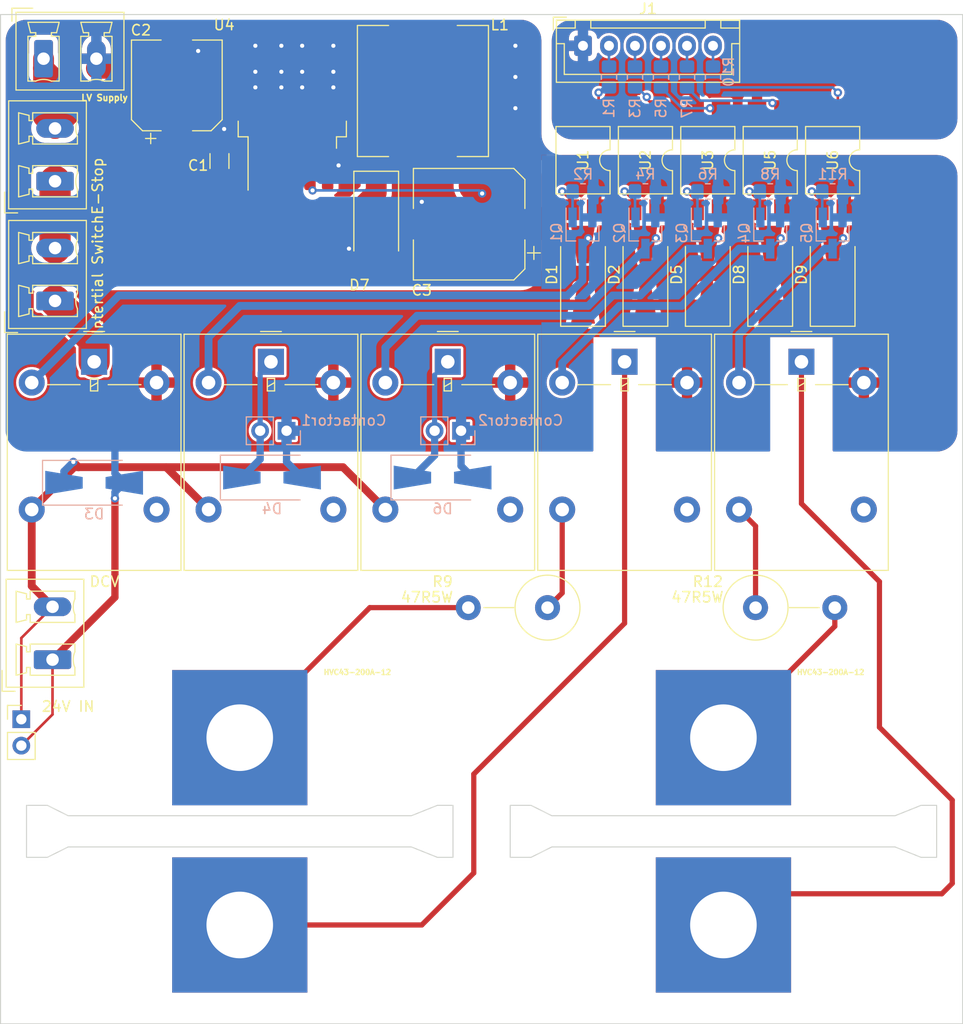
<source format=kicad_pcb>
(kicad_pcb (version 20221018) (generator pcbnew)
  (layers (0 "F.Cu" signal) (31 "B.Cu" signal) (34 "B.Paste" user) (35 "F.Paste" user) (36 "B.SilkS" user "B.Silkscreen") (37 "F.SilkS" user "F.Silkscreen") (38 "B.Mask" user) (39 "F.Mask" user) (44 "Edge.Cuts" user))
  (net 0 "")
  (net 1 "+12V")
  (net 2 "Net-(D1-A)")
  (net 3 "GNDD")
  (net 4 "Net-(J1-Pin_2)")
  (net 5 "+24V")
  (net 6 "GND")
  (net 7 "Net-(Q1-B)")
  (net 8 "Net-(R1-Pad2)")
  (net 9 "Net-(D2-A)")
  (net 10 "/COM1")
  (net 11 "/COM2")
  (net 12 "Net-(D5-A)")
  (net 13 "/COM3")
  (net 14 "Net-(J1-Pin_3)")
  (net 15 "Net-(J1-Pin_4)")
  (net 16 "Net-(J2-Pin_1)")
  (net 17 "/NO1")
  (net 18 "/NC1")
  (net 19 "/NC2")
  (net 20 "/NC3")
  (net 21 "Net-(Q2-B)")
  (net 22 "Net-(Q3-B)")
  (net 23 "Net-(R3-Pad2)")
  (net 24 "Net-(R5-Pad2)")
  (net 25 "Net-(D7-K)")
  (net 26 "Net-(D8-A)")
  (net 27 "Net-(D9-A)")
  (net 28 "/COM4")
  (net 29 "/COM5")
  (net 30 "Net-(J1-Pin_5)")
  (net 31 "Net-(J1-Pin_6)")
  (net 32 "/NO4")
  (net 33 "/NC4")
  (net 34 "/NO5")
  (net 35 "/NC5")
  (net 36 "Net-(Q4-B)")
  (net 37 "Net-(Q5-B)")
  (net 38 "Net-(R7-Pad2)")
  (net 39 "Net-(R10-Pad2)")
  (net 40 "Net-(H1-Pad1)")
  (net 41 "Net-(H3-Pad1)")
  (footprint "Connector_Phoenix_MC_HighVoltage:PhoenixContact_MCV_1,5_2-G-5.08_1x02_P5.08mm_Vertical" (layer "F.Cu") (at 42.2425 40.5225 90)
    (fp_text reference "J4" hide)
    (fp_text value "Intertial Switch")
  )
  (footprint "Diode_SMD:D_SMA-SMB_Universal_Handsoldering" (layer "F.Cu") (at 73.12 33.02 -90)
    (fp_text reference "D7")
    (fp_text value "SS56")
  )
  (footprint "Connector_JST:JST_XH_B6B-XH-A_1x06_P2.50mm_Vertical" (layer "F.Cu") (at 93 16)
    (fp_text reference "J1")
    (fp_text value "VCU")
  )
  (footprint "Relay_THT:Relay_SPDT_Omron-G5LE-1" (layer "F.Cu") (at 114 46.3725)
    (fp_text reference "K5" hide)
    (fp_text value "Relay_SPDT")
  )
  (footprint "Diode_SMD:D_SMA-SMB_Universal_Handsoldering" (layer "F.Cu") (at 105 38 90)
    (fp_text reference "D5")
    (fp_text value "US1M")
  )
  (footprint "Resistor_THT:R_Axial_DIN0617_L17.0mm_D6.0mm_P7.62mm_Vertical" (layer "F.Cu") (at 89.59 70 180)
    (fp_text reference "R9")
    (fp_text value "47R5W")
  )
  (footprint "Inductor_SMD:L_12x12mm_H8mm" (layer "F.Cu") (at 77.61 20.35 90)
    (fp_text reference "L1")
    (fp_text value "CDRH127 100u")
  )
  (footprint "Package_DIP:SMDIP-4_W9.53mm" (layer "F.Cu") (at 111 27 -90)
    (fp_text reference "U5")
    (fp_text value "EL814")
  )
  (footprint "Package_DIP:SMDIP-4_W9.53mm" (layer "F.Cu") (at 117 27 -90)
    (fp_text reference "U6")
    (fp_text value "EL814")
  )
  (footprint "MountingHole:MountingHole_6.4mm_M6_DIN965_Pad" (layer "F.Cu") (at 106.5 100.5)
    (fp_text reference "H4" hide)
    (fp_text value "Contactor2_C2")
  )
  (footprint "Connector_Phoenix_MC_HighVoltage:PhoenixContact_MCV_1,5_2-G-5.08_1x02_P5.08mm_Vertical" (layer "F.Cu") (at 41.1375 17.2425)
    (fp_text reference "J3" hide)
    (fp_text value "LV Supply")
  )
  (footprint "Connector_Phoenix_MC_HighVoltage:PhoenixContact_MCV_1,5_2-G-5.08_1x02_P5.08mm_Vertical" (layer "F.Cu") (at 42 75 90)
    (fp_text reference "J6" hide)
    (fp_text value "DCV")
  )
  (footprint "Capacitor_SMD:CP_Elec_8x10.5" (layer "F.Cu") (at 53.95 19.81 90)
    (fp_text reference "C2")
    (fp_text value "100uF 50V")
  )
  (footprint "Capacitor_SMD:C_1206_3216Metric_Pad1.33x1.80mm_HandSolder" (layer "F.Cu") (at 58.05 27.08 90)
    (fp_text reference "C1")
    (fp_text value "1uF")
  )
  (footprint "Resistor_THT:R_Axial_DIN0617_L17.0mm_D6.0mm_P7.62mm_Vertical" (layer "F.Cu") (at 109.59 70)
    (fp_text reference "R12")
    (fp_text value "47R5W")
  )
  (footprint "MountingHole:MountingHole_6.4mm_M6_DIN965_Pad" (layer "F.Cu") (at 106.5 82.5)
    (fp_text reference "H3" hide)
    (fp_text value "Contactor2_C1")
  )
  (footprint "Package_DIP:SMDIP-4_W9.53mm" (layer "F.Cu") (at 105 27 -90)
    (fp_text reference "U3")
    (fp_text value "EL814")
  )
  (footprint "Relay_THT:Relay_SPDT_Omron-G5LE-1" (layer "F.Cu") (at 97 46.3725)
    (fp_text reference "K4" hide)
    (fp_text value "Relay_SPDT")
  )
  (footprint "Diode_SMD:D_SMA-SMB_Universal_Handsoldering" (layer "F.Cu") (at 111 38 90)
    (fp_text reference "D8")
    (fp_text value "US1M")
  )
  (footprint "Connector_Phoenix_MC_HighVoltage:PhoenixContact_MCV_1,5_2-G-5.08_1x02_P5.08mm_Vertical" (layer "F.Cu") (at 42.2425 29.0225 90)
    (fp_text reference "J2" hide)
    (fp_text value "E-Stop")
  )
  (footprint "Relay_THT:Relay_SPDT_Omron-G5LE-1" (layer "F.Cu") (at 46 46.3725)
    (fp_text reference "K1" hide)
    (fp_text value "Relay_SPDT")
  )
  (footprint "Package_DIP:SMDIP-4_W9.53mm" (layer "F.Cu") (at 93 27 -90)
    (fp_text reference "U1")
    (fp_text value "EL814")
  )
  (footprint "Diode_SMD:D_SMA-SMB_Universal_Handsoldering" (layer "F.Cu") (at 93 38 90)
    (fp_text reference "D1")
    (fp_text value "US1M")
  )
  (footprint "Diode_SMD:D_SMA-SMB_Universal_Handsoldering" (layer "F.Cu") (at 99 38 90)
    (fp_text reference "D2")
    (fp_text value "US1M")
  )
  (footprint "Capacitor_SMD:CP_Elec_10x12.5" (layer "F.Cu") (at 82.0525 33.15 180)
    (fp_text reference "C3")
    (fp_text value "25V 1000uF")
  )
  (footprint "Diode_SMD:D_SMA-SMB_Universal_Handsoldering" (layer "F.Cu") (at 117 38 90)
    (fp_text reference "D9")
    (fp_text value "US1M")
  )
  (footprint "MountingHole:MountingHole_6.4mm_M6_DIN965_Pad" (layer "F.Cu") (at 60 82.5)
    (fp_text reference "H1" hide)
    (fp_text value "Contactor1_C1")
  )
  (footprint "Relay_THT:Relay_SPDT_Omron-G5LE-1" (layer "F.Cu") (at 80 46.3725)
    (fp_text reference "K3" hide)
    (fp_text value "Relay_SPDT")
  )
  (footprint "Relay_THT:Relay_SPDT_Omron-G5LE-1" (layer "F.Cu") (at 63 46.3725)
    (fp_text reference "K2" hide)
    (fp_text value "Relay_SPDT")
  )
  (footprint "Connector_PinHeader_2.54mm:PinHeader_1x02_P2.54mm_Vertical" (layer "F.Cu") (at 39 80.725)
    (fp_text reference "J8" hide)
    (fp_text value "24V IN")
  )
  (footprint "Package_TO_SOT_SMD:TO-263-5_TabPin3" (layer "F.Cu") (at 65.05 19.925 90)
    (fp_text reference "U4")
    (fp_text value "LM2576HVS-12")
  )
  (footprint "MountingHole:MountingHole_6.4mm_M6_DIN965_Pad" (layer "F.Cu") (at 60 100.5)
    (fp_text reference "H2" hide)
    (fp_text value "Contactor1_C2")
  )
  (footprint "Package_DIP:SMDIP-4_W9.53mm" (layer "F.Cu") (at 99 27 -90)
    (fp_text reference "U2")
    (fp_text value "EL814")
  )
  (footprint "Resistor_SMD:R_0805_2012Metric_Pad1.20x1.40mm_HandSolder" (layer "B.Cu") (at 99 30 180)
    (fp_text reference "R4")
    (fp_text value "2.2k")
  )
  (footprint "Package_TO_SOT_SMD:SOT-23_Handsoldering" (layer "B.Cu") (at 117 34 -90)
    (fp_text reference "Q5")
    (fp_text value "MMBT3904")
  )
  (footprint "Connector_PinHeader_2.54mm:PinHeader_1x02_P2.54mm_Vertical" (layer "B.Cu") (at 81.275 53 90)
    (fp_text reference "J7" hide)
    (fp_text value "Contactor2")
  )
  (footprint "Resistor_SMD:R_0805_2012Metric_Pad1.20x1.40mm_HandSolder" (layer "B.Cu") (at 105 30 180)
    (fp_text reference "R6")
    (fp_text value "2.2k")
  )
  (footprint "Resistor_SMD:R_0805_2012Metric_Pad1.20x1.40mm_HandSolder" (layer "B.Cu") (at 93 30 180)
    (fp_text reference "R2")
    (fp_text value "2.2k")
  )
  (footprint "Package_TO_SOT_SMD:SOT-23_Handsoldering" (layer "B.Cu") (at 92.95 34 -90)
    (fp_text reference "Q1")
    (fp_text value "MMBT3904")
  )
  (footprint "Package_TO_SOT_SMD:SOT-23_Handsoldering" (layer "B.Cu") (at 111 34 -90)
    (fp_text reference "Q4")
    (fp_text value "MMBT3904")
  )
  (footprint "Resistor_SMD:R_0805_2012Metric_Pad1.20x1.40mm_HandSolder" (layer "B.Cu") (at 98 19 -90)
    (fp_text reference "R3")
    (fp_text value "220")
  )
  (footprint "Connector_PinHeader_2.54mm:PinHeader_1x02_P2.54mm_Vertical" (layer "B.Cu") (at 64.5 53 90)
    (fp_text reference "J5" hide)
    (fp_text value "Contactor1")
  )
  (footprint "Diode_SMD:D_SMA-SMB_Universal_Handsoldering" (layer "B.Cu") (at 79.5 57.5)
    (fp_text reference "D6")
    (fp_text value "US1M")
  )
  (footprint "Resistor_SMD:R_0805_2012Metric_Pad1.20x1.40mm_HandSolder" (layer "B.Cu") (at 100.5 19 -90)
    (fp_text reference "R5")
    (fp_text value "220")
  )
  (footprint "Resistor_SMD:R_0805_2012Metric_Pad1.20x1.40mm_HandSolder" (layer "B.Cu") (at 105.5 19 -90)
    (fp_text reference "R10")
    (fp_text value "220")
  )
  (footprint "Diode_SMD:D_SMA-SMB_Universal_Handsoldering" (layer "B.Cu") (at 46 58)
    (fp_text reference "D3")
    (fp_text value "US1M")
  )
  (footprint "Diode_SMD:D_SMA-SMB_Universal_Handsoldering" (layer "B.Cu") (at 63.1 57.5)
    (fp_text reference "D4")
    (fp_text value "US1M")
  )
  (footprint "Resistor_SMD:R_0805_2012Metric_Pad1.20x1.40mm_HandSolder" (layer "B.Cu") (at 103 19 -90)
    (fp_text reference "R7")
    (fp_text value "220")
  )
  (footprint "Package_TO_SOT_SMD:SOT-23_Handsoldering" (layer "B.Cu") (at 99 34 -90)
    (fp_text reference "Q2")
    (fp_text value "MMBT3904")
  )
  (footprint "Resistor_SMD:R_0805_2012Metric_Pad1.20x1.40mm_HandSolder" (layer "B.Cu") (at 117 30 180)
    (fp_text reference "R11")
    (fp_text value "2.2k")
  )
  (footprint "Package_TO_SOT_SMD:SOT-23_Handsoldering" (layer "B.Cu") (at 105 34 -90)
    (fp_text reference "Q3")
    (fp_text value "MMBT3904")
  )
  (footprint "Resistor_SMD:R_0805_2012Metric_Pad1.20x1.40mm_HandSolder" (layer "B.Cu") (at 111 30 180)
    (fp_text reference "R8")
    (fp_text value "2.2k")
  )
  (footprint "Resistor_SMD:R_0805_2012Metric_Pad1.20x1.40mm_HandSolder" (layer "B.Cu") (at 95.5 19 -90)
    (fp_text reference "R1")
    (fp_text value "220")
  )
  (gr_poly (pts (xy 88 89) (xy 90 90) (xy 123 90) (xy 125.5 89) (xy 127 89) (xy 127 94) (xy 125.5 94) (xy 123 93) (xy 90 93) (xy 88 94) (xy 86 94) (xy 86 89)) (stroke (width 0.1)) (fill none) (layer "Edge.Cuts"))
  (gr_poly (pts (xy 41.5 89) (xy 43.5 90) (xy 76.5 90) (xy 79 89) (xy 80.5 89) (xy 80.5 94) (xy 79 94) (xy 76.5 93) (xy 43.5 93) (xy 41.5 94) (xy 39.5 94) (xy 39.5 89)) (stroke (width 0.1)) (fill none) (layer "Edge.Cuts"))
  (gr_rect (start 37 13) (end 129.5 110) (stroke (width 0.1)) (fill none) (layer "Edge.Cuts"))
  (gr_text "HVC43-200A-12" (at 113.5 76.5) (layer "F.SilkS") (effects (font (size 0.5 0.5) (thickness 0.125) bold) (justify left bottom)))
  (gr_text "HVC43-200A-12" (at 68 76.5) (layer "F.SilkS") (effects (font (size 0.5 0.5) (thickness 0.125) bold) (justify left bottom)))
  (segment (start 82.56 20.35) (end 77.61 15.4) (width 3) (layer "F.Cu") (net 1))
  (segment (start 83.30125 30.19875) (end 86.2525 33.15) (width 3) (layer "F.Cu") (net 1))
  (segment (start 82.56 29.4575) (end 83.30125 30.19875) (width 3) (layer "F.Cu") (net 1))
  (segment (start 86.2525 33.15) (end 88.99 33.15) (width 3) (layer "F.Cu") (net 1))
  (segment (start 66.75 27.575) (end 66.75 29.6505) (width 0.25) (layer "F.Cu") (net 1))
  (segment (start 82.56 20.35) (end 82.56 29.4575) (width 3) (layer "F.Cu") (net 1))
  (segment (start 66.75 29.6505) (end 67 29.9005) (width 0.25) (layer "F.Cu") (net 1))
  (segment (start 88.99 33.15) (end 89.14 33) (width 3) (layer "F.Cu") (net 1))
  (via (at 67 29.9005) (size 0.8) (drill 0.4) (layers "F.Cu" "B.Cu") (net 1))
  (via (at 83.30125 30.19875) (size 0.8) (drill 0.4) (layers "F.Cu" "B.Cu") (net 1))
  (segment (start 67 29.9005) (end 83.003 29.9005) (width 0.25) (layer "B.Cu") (net 1))
  (segment (start 83.003 29.9005) (end 83.30125 30.19875) (width 0.25) (layer "B.Cu") (net 1))
  (segment (start 93 35) (end 93.5 34.5) (width 0.25) (layer "F.Cu") (net 2))
  (segment (start 93 35.1) (end 93 35) (width 0.25) (layer "F.Cu") (net 2))
  (via (at 93.5 34.5) (size 0.8) (drill 0.4) (layers "F.Cu" "B.Cu") (net 2))
  (segment (start 91.5 40) (end 92.95 38.55) (width 0.75) (layer "B.Cu") (net 2))
  (segment (start 40 48.3725) (end 48.3725 40) (width 0.75) (layer "B.Cu") (net 2))
  (segment (start 93.5 34.5) (end 93.5 34.95) (width 0.25) (layer "B.Cu") (net 2))
  (segment (start 48.3725 40) (end 91.5 40) (width 0.75) (layer "B.Cu") (net 2))
  (segment (start 92.95 38.55) (end 92.95 35.5) (width 0.75) (layer "B.Cu") (net 2))
  (segment (start 93.5 34.95) (end 92.95 35.5) (width 0.25) (layer "B.Cu") (net 2))
  (segment (start 95.5 18) (end 95.5 16) (width 0.25) (layer "B.Cu") (net 4))
  (segment (start 41.1375 22.8375) (end 42.2425 23.9425) (width 2) (layer "F.Cu") (net 5))
  (segment (start 60.615 28.61) (end 61.6 27.625) (width 1.5) (layer "F.Cu") (net 5))
  (segment (start 55.25 28.61) (end 60.615 28.61) (width 2) (layer "F.Cu") (net 5))
  (segment (start 43.9875 21.0125) (end 44.975 22) (width 2) (layer "F.Cu") (net 5))
  (segment (start 53.95 23.51) (end 53.95 27.31) (width 2) (layer "F.Cu") (net 5))
  (segment (start 43.9875 22.1975) (end 43.9875 21.0125) (width 2) (layer "F.Cu") (net 5))
  (segment (start 41.7375 18.7625) (end 41.1375 18.1625) (width 2) (layer "F.Cu") (net 5))
  (segment (start 41.1375 18.1625) (end 41.1375 22.8375) (width 2) (layer "F.Cu") (net 5))
  (segment (start 52.44 22) (end 53.95 23.51) (width 2) (layer "F.Cu") (net 5))
  (segment (start 42.2425 23.9425) (end 43.9875 22.1975) (width 2) (layer "F.Cu") (net 5))
  (segment (start 53.95 27.31) (end 55.25 28.61) (width 2) (layer "F.Cu") (net 5))
  (segment (start 42.2425 20.7575) (end 42.9875 20.0125) (width 2) (layer "F.Cu") (net 5))
  (segment (start 42.2425 23.9425) (end 42.2425 20.7575) (width 2) (layer "F.Cu") (net 5))
  (segment (start 41.1375 18.1625) (end 41.1375 17.2425) (width 2) (layer "F.Cu") (net 5))
  (segment (start 42.9875 20.0125) (end 43.9875 21.0125) (width 2) (layer "F.Cu") (net 5))
  (segment (start 44.975 22) (end 52.44 22) (width 2) (layer "F.Cu") (net 5))
  (segment (start 41.7375 18.7625) (end 42.9875 20.0125) (width 2) (layer "F.Cu") (net 5))
  (segment (start 48 69) (end 48 59.5) (width 0.7) (layer "F.Cu") (net 6))
  (segment (start 77.8525 31.3525) (end 77.5 31) (width 2) (layer "F.Cu") (net 6))
  (segment (start 58.05 25.5175) (end 58.05 24.45) (width 2) (layer "F.Cu") (net 6))
  (segment (start 68.45 27.575) (end 69.425 27.575) (width 0.25) (layer "F.Cu") (net 6))
  (segment (start 53.95 16.11) (end 55.61 16.11) (width 1) (layer "F.Cu") (net 6))
  (segment (start 47.5 18.1625) (end 51.8975 18.1625) (width 2) (layer "F.Cu") (net 6))
  (segment (start 75.89 33.15) (end 73.12 35.92) (width 2) (layer "F.Cu") (net 6))
  (segment (start 77.8525 33.15) (end 77.8525 31.3525) (width 2) (layer "F.Cu") (net 6))
  (segment (start 69.425 27.575) (end 69.5 27.5) (width 0.25) (layer "F.Cu") (net 6))
  (segment (start 58.05 24.45) (end 58.5 24) (width 2) (layer "F.Cu") (net 6))
  (segment (start 46.2175 18.1625) (end 47.5 18.1625) (width 2) (layer "F.Cu") (net 6))
  (segment (start 47.5 18.1625) (end 47.1375 18.1625) (width 2) (layer "F.Cu") (net 6))
  (segment (start 42 75) (end 48 69) (width 0.7) (layer "F.Cu") (net 6))
  (segment (start 77.8525 33.15) (end 75.89 33.15) (width 2) (layer "F.Cu") (net 6))
  (segment (start 73.12 35.92) (end 70.92 35.92) (width 2) (layer "F.Cu") (net 6))
  (segment (start 55.61 16.11) (end 56 16.5) (width 1) (layer "F.Cu") (net 6))
  (segment (start 42 80.265) (end 42 75) (width 0.25) (layer "F.Cu") (net 6))
  (segment (start 70.92 35.92) (end 70.5 35.5) (width 2) (layer "F.Cu") (net 6))
  (segment (start 51.8975 18.1625) (end 53.95 16.11) (width 2) (layer "F.Cu") (net 6))
  (segment (start 65.05 27.575) (end 65.05 18.425) (width 1.5) (layer "F.Cu") (net 6))
  (segment (start 47.1375 18.1625) (end 46.2175 17.2425) (width 2) (layer "F.Cu") (net 6))
  (segment (start 39 83.265) (end 42 80.265) (width 0.25) (layer "F.Cu") (net 6))
  (via (at 56 16.5) (size 0.8) (drill 0.4) (layers "F.Cu" "B.Cu") (net 6))
  (via (at 61.5 18.5) (size 0.8) (drill 0.4) (layers "F.Cu" "B.Cu") (net 6))
  (via (at 58.5 24) (size 0.8) (drill 0.4) (layers "F.Cu" "B.Cu") (net 6))
  (via (at 61.5 20) (size 0.8) (drill 0.4) (layers "F.Cu" "B.Cu") (net 6))
  (via (at 66 18.5) (size 0.8) (drill 0.4) (layers "F.Cu" "B.Cu") (net 6))
  (via (at 48 59.5) (size 0.8) (drill 0.4) (layers "F.Cu" "B.Cu") (net 6))
  (via (at 86.5 16) (size 0.8) (drill 0.4) (layers "F.Cu" "B.Cu") (net 6))
  (via (at 66 20) (size 0.8) (drill 0.4) (layers "F.Cu" "B.Cu") (net 6))
  (via (at 86.5 22) (size 0.8) (drill 0.4) (layers "F.Cu" "B.Cu") (net 6))
  (via (at 69 18.5) (size 0.8) (drill 0.4) (layers "F.Cu" "B.Cu") (net 6))
  (via (at 86.5 19) (size 0.8) (drill 0.4) (layers "F.Cu" "B.Cu") (net 6))
  (via (at 77.5 31) (size 0.8) (drill 0.4) (layers "F.Cu" "B.Cu") (net 6))
  (via (at 64 20) (size 0.8) (drill 0.4) (layers "F.Cu" "B.Cu") (net 6))
  (via (at 66 16) (size 0.8) (drill 0.4) (layers "F.Cu" "B.Cu") (net 6))
  (via (at 69.5 27.5) (size 0.8) (drill 0.4) (layers "F.Cu" "B.Cu") (net 6))
  (via (at 64 18.5) (size 0.8) (drill 0.4) (layers "F.Cu" "B.Cu") (net 6))
  (via (at 64 16) (size 0.8) (drill 0.4) (layers "F.Cu" "B.Cu") (net 6))
  (via (at 69 16) (size 0.8) (drill 0.4) (layers "F.Cu" "B.Cu") (net 6))
  (via (at 61.5 16) (size 0.8) (drill 0.4) (layers "F.Cu" "B.Cu") (net 6))
  (via (at 69 20) (size 0.8) (drill 0.4) (layers "F.Cu" "B.Cu") (net 6))
  (via (at 70.5 35.5) (size 0.8) (drill 0.4) (layers "F.Cu" "B.Cu") (net 6))
  (segment (start 66 57.5) (end 64.5 56) (width 0.7) (layer "B.Cu") (net 6))
  (segment (start 64.5 56) (end 64.5 53) (width 0.7) (layer "B.Cu") (net 6))
  (segment (start 48 58.9) (end 48.9 58) (width 0.7) (layer "B.Cu") (net 6))
  (segment (start 48 59.5) (end 48 58.9) (width 0.7) (layer "B.Cu") (net 6))
  (segment (start 48.9 58) (end 48 57.1) (width 0.7) (layer "B.Cu") (net 6))
  (segment (start 82.4 57.5) (end 81.275 56.375) (width 0.7) (layer "B.Cu") (net 6))
  (segment (start 48 57.1) (end 48 54.5) (width 0.7) (layer "B.Cu") (net 6))
  (segment (start 81.275 56.375) (end 81.275 53) (width 0.7) (layer "B.Cu") (net 6))
  (segment (start 91.73 31.765) (end 91.73 30.73) (width 0.25) (layer "F.Cu") (net 7))
  (segment (start 91.73 30.73) (end 91 30) (width 0.25) (layer "F.Cu") (net 7))
  (via (at 91 30) (size 0.8) (drill 0.4) (layers "F.Cu" "B.Cu") (net 7))
  (segment (start 92 30) (end 92 32.5) (width 0.25) (layer "B.Cu") (net 7))
  (segment (start 91 30) (end 92 30) (width 0.25) (layer "B.Cu") (net 7))
  (segment (start 94.5 20.5) (end 94.5 22.005) (width 0.25) (layer "F.Cu") (net 8))
  (segment (start 94.5 22.005) (end 94.27 22.235) (width 0.25) (layer "F.Cu") (net 8))
  (via (at 94.5 20.5) (size 0.8) (drill 0.4) (layers "F.Cu" "B.Cu") (net 8))
  (segment (start 95.5 20) (end 95 20) (width 0.25) (layer "B.Cu") (net 8))
  (segment (start 95 20) (end 94.5 20.5) (width 0.25) (layer "B.Cu") (net 8))
  (segment (start 99.6 34.5) (end 99 35.1) (width 0.25) (layer "F.Cu") (net 9))
  (segment (start 100 34.5) (end 99.6 34.5) (width 0.25) (layer "F.Cu") (net 9))
  (via (at 100 34.5) (size 0.8) (drill 0.4) (layers "F.Cu" "B.Cu") (net 9))
  (segment (start 57 44) (end 60 41) (width 0.75) (layer "B.Cu") (net 9))
  (segment (start 93.5 41) (end 99 35.5) (width 0.75) (layer "B.Cu") (net 9))
  (segment (start 57 48.3725) (end 57 44) (width 0.75) (layer "B.Cu") (net 9))
  (segment (start 100 34.5) (end 99 35.5) (width 0.25) (layer "B.Cu") (net 9))
  (segment (start 60 41) (end 93.5 41) (width 0.75) (layer "B.Cu") (net 9))
  (segment (start 46 44.28) (end 46 46.3725) (width 3) (layer "F.Cu") (net 10))
  (segment (start 42.2425 40.5225) (end 46 44.28) (width 3) (layer "F.Cu") (net 10))
  (segment (start 61.96 53) (end 61.96 47.4125) (width 0.5) (layer "B.Cu") (net 11))
  (segment (start 61.96 47.4125) (end 63 46.3725) (width 0.25) (layer "B.Cu") (net 11))
  (segment (start 60.2 57.5) (end 61.96 55.74) (width 0.7) (layer "B.Cu") (net 11))
  (segment (start 61.96 55.74) (end 61.96 53) (width 0.7) (layer "B.Cu") (net 11))
  (segment (start 106 34.5) (end 105.6 34.5) (width 0.25) (layer "F.Cu") (net 12))
  (segment (start 105.6 34.5) (end 105 35.1) (width 0.25) (layer "F.Cu") (net 12))
  (via (at 106 34.5) (size 0.8) (drill 0.4) (layers "F.Cu" "B.Cu") (net 12))
  (segment (start 106 34.5) (end 105 35.5) (width 0.25) (layer "B.Cu") (net 12))
  (segment (start 77.05 41.95) (end 93.893502 41.95) (width 0.75) (layer "B.Cu") (net 12))
  (segment (start 95.843502 40) (end 98.5 40) (width 0.75) (layer "B.Cu") (net 12))
  (segment (start 74 48.3725) (end 74 45) (width 0.75) (layer "B.Cu") (net 12))
  (segment (start 103 35.5) (end 105 35.5) (width 0.75) (layer "B.Cu") (net 12))
  (segment (start 74 45) (end 77.05 41.95) (width 0.75) (layer "B.Cu") (net 12))
  (segment (start 93.893502 41.95) (end 95.843502 40) (width 0.75) (layer "B.Cu") (net 12))
  (segment (start 98.5 40) (end 103 35.5) (width 0.75) (layer "B.Cu") (net 12))
  (segment (start 78.735 53) (end 78.735 47.6375) (width 0.5) (layer "B.Cu") (net 13))
  (segment (start 76.6 57.5) (end 78.735 55.365) (width 0.7) (layer "B.Cu") (net 13))
  (segment (start 78.735 55.365) (end 78.735 53) (width 0.7) (layer "B.Cu") (net 13))
  (segment (start 78.735 47.6375) (end 80 46.3725) (width 0.25) (layer "B.Cu") (net 13))
  (segment (start 98 18) (end 98 16) (width 0.25) (layer "B.Cu") (net 14))
  (segment (start 100.5 18) (end 100.5 16) (width 0.25) (layer "B.Cu") (net 15))
  (segment (start 42.2425 29.0225) (end 42.2425 35.4425) (width 3) (layer "F.Cu") (net 16))
  (segment (start 44.5 56.5) (end 52.9275 56.5) (width 0.75) (layer "F.Cu") (net 17))
  (segment (start 44 56.5725) (end 44 56) (width 0.75) (layer "F.Cu") (net 17))
  (segment (start 44 56) (end 44.5 56.5) (width 0.75) (layer "F.Cu") (net 17))
  (segment (start 44.0725 56.5) (end 43.78625 56.78625) (width 0.75) (layer "F.Cu") (net 17))
  (segment (start 69.9275 56.5) (end 74 60.5725) (width 0.75) (layer "F.Cu") (net 17))
  (segment (start 52.9275 56.5) (end 69.9275 56.5) (width 0.75) (layer "F.Cu") (net 17))
  (segment (start 39 72.92) (end 42 69.92) (width 0.25) (layer "F.Cu") (net 17))
  (segment (start 40 67.92) (end 42 69.92) (width 0.75) (layer "F.Cu") (net 17))
  (segment (start 40 60.5725) (end 43.78625 56.78625) (width 0.75) (layer "F.Cu") (net 17))
  (segment (start 40 60.5725) (end 40 67.92) (width 0.75) (layer "F.Cu") (net 17))
  (segment (start 43.78625 56.78625) (end 44 56.5725) (width 0.75) (layer "F.Cu") (net 17))
  (segment (start 44.5 56.5) (end 44.0725 56.5) (width 0.75) (layer "F.Cu") (net 17))
  (segment (start 39 80.725) (end 39 72.92) (width 0.25) (layer "F.Cu") (net 17))
  (segment (start 52.9275 56.5) (end 57 60.5725) (width 0.75) (layer "F.Cu") (net 17))
  (via (at 44 56) (size 0.8) (drill 0.4) (layers "F.Cu" "B.Cu") (net 17))
  (segment (start 43.1 56.9) (end 43.1 58) (width 0.7) (layer "B.Cu") (net 17))
  (segment (start 44 56) (end 43.1 56.9) (width 0.7) (layer "B.Cu") (net 17))
  (segment (start 97.73 31.765) (end 97.73 30.73) (width 0.25) (layer "F.Cu") (net 21))
  (segment (start 97.73 30.73) (end 97 30) (width 0.25) (layer "F.Cu") (net 21))
  (via (at 97 30) (size 0.8) (drill 0.4) (layers "F.Cu" "B.Cu") (net 21))
  (segment (start 98 32.45) (end 98.05 32.5) (width 0.25) (layer "B.Cu") (net 21))
  (segment (start 97 30) (end 98 30) (width 0.25) (layer "B.Cu") (net 21))
  (segment (start 98 30) (end 98 32.45) (width 0.25) (layer "B.Cu") (net 21))
  (segment (start 103.73 31.765) (end 103.73 30.73) (width 0.25) (layer "F.Cu") (net 22))
  (segment (start 103.73 30.73) (end 103 30) (width 0.25) (layer "F.Cu") (net 22))
  (via (at 103 30) (size 0.8) (drill 0.4) (layers "F.Cu" "B.Cu") (net 22))
  (segment (start 104 30) (end 104 32.45) (width 0.25) (layer "B.Cu") (net 22))
  (segment (start 103 30) (end 104 30) (width 0.25) (layer "B.Cu") (net 22))
  (segment (start 104 32.45) (end 104.05 32.5) (width 0.25) (layer "B.Cu") (net 22))
  (segment (start 99.129878 21.094878) (end 100.27 22.235) (width 0.25) (layer "F.Cu") (net 23))
  (segment (start 99.129878 20.919681) (end 99.129878 21.094878) (width 0.25) (layer "F.Cu") (net 23))
  (via (at 99.129878 20.919681) (size 0.8) (drill 0.4) (layers "F.Cu" "B.Cu") (net 23))
  (segment (start 98 20) (end 98.210197 20) (width 0.25) (layer "B.Cu") (net 23))
  (segment (start 98.210197 20) (end 99.129878 20.919681) (width 0.25) (layer "B.Cu") (net 23))
  (segment (start 105.219502 22) (end 106.035 22) (width 0.25) (layer "F.Cu") (net 24))
  (segment (start 106.035 22) (end 106.27 22.235) (width 0.25) (layer "F.Cu") (net 24))
  (via (at 105.219502 22) (size 0.8) (drill 0.4) (layers "F.Cu" "B.Cu") (net 24))
  (segment (start 100.5 20) (end 102.5 22) (width 0.25) (layer "B.Cu") (net 24))
  (segment (start 102.5 22) (end 105.219502 22) (width 0.25) (layer "B.Cu") (net 24))
  (segment (start 73.12 25.88) (end 73.7 25.3) (width 2) (layer "F.Cu") (net 25))
  (segment (start 63.35 27.575) (end 63.35 30.85) (width 1.5) (layer "F.Cu") (net 25))
  (segment (start 71.24 32) (end 73.12 30.12) (width 2) (layer "F.Cu") (net 25))
  (segment (start 73.7 25.3) (end 77.61 25.3) (width 2) (layer "F.Cu") (net 25))
  (segment (start 63.35 30.85) (end 64.5 32) (width 2) (layer "F.Cu") (net 25))
  (segment (start 64.5 32) (end 71.24 32) (width 2) (layer "F.Cu") (net 25))
  (segment (start 73.12 30.12) (end 73.12 25.88) (width 2) (layer "F.Cu") (net 25))
  (segment (start 111.6 34.5) (end 111 35.1) (width 0.25) (layer "F.Cu") (net 26))
  (segment (start 112 34.5) (end 111.6 34.5) (width 0.25) (layer "F.Cu") (net 26))
  (via (at 112 34.5) (size 0.8) (drill 0.4) (layers "F.Cu" "B.Cu") (net 26))
  (segment (start 91 46.5) (end 96.5 41) (width 0.75) (layer "B.Cu") (net 26))
  (segment (start 102.5 41) (end 108 35.5) (width 0.75) (layer "B.Cu") (net 26))
  (segment (start 112 34.5) (end 111 35.5) (width 0.25) (layer "B.Cu") (net 26))
  (segment (start 108 35.5) (end 111 35.5) (width 0.75) (layer "B.Cu") (net 26))
  (segment (start 91 48.3725) (end 91 46.5) (width 0.75) (layer "B.Cu") (net 26))
  (segment (start 96.5 41) (end 102.5 41) (width 0.75) (layer "B.Cu") (net 26))
  (segment (start 118 34.5) (end 117.6 34.5) (width 0.25) (layer "F.Cu") (net 27))
  (segment (start 117.6 34.5) (end 117 35.1) (width 0.25) (layer "F.Cu") (net 27))
  (via (at 118 34.5) (size 0.8) (drill 0.4) (layers "F.Cu" "B.Cu") (net 27))
  (segment (start 118 34.5) (end 117 35.5) (width 0.25) (layer "B.Cu") (net 27))
  (segment (start 108 43.75) (end 116.25 35.5) (width 0.75) (layer "B.Cu") (net 27))
  (segment (start 108 48.3725) (end 108 43.75) (width 0.75) (layer "B.Cu") (net 27))
  (segment (start 116.25 35.5) (end 117 35.5) (width 0.75) (layer "B.Cu") (net 27))
  (segment (start 82.5 86) (end 97 71.5) (width 0.5) (layer "F.Cu") (net 28))
  (segment (start 60 100.5) (end 77.5 100.5) (width 0.5) (layer "F.Cu") (net 28))
  (segment (start 97 71.5) (end 97 46.3725) (width 0.5) (layer "F.Cu") (net 28))
  (segment (start 82.5 95.5) (end 82.5 86) (width 0.5) (layer "F.Cu") (net 28))
  (segment (start 77.5 100.5) (end 82.5 95.5) (width 0.5) (layer "F.Cu") (net 28))
  (segment (start 113 97.5) (end 127.5 97.5) (width 0.5) (layer "F.Cu") (net 29))
  (segment (start 128.5 88.5) (end 121.5 81.5) (width 0.5) (layer "F.Cu") (net 29))
  (segment (start 127.5 97.5) (end 128.5 96.5) (width 0.5) (layer "F.Cu") (net 29))
  (segment (start 128.5 96.5) (end 128.5 88.5) (width 0.5) (layer "F.Cu") (net 29))
  (segment (start 106.5 100.5) (end 110 100.5) (width 0.25) (layer "F.Cu") (net 29))
  (segment (start 114 60) (end 114 46.3725) (width 0.5) (layer "F.Cu") (net 29))
  (segment (start 121.5 67.5) (end 114 60) (width 0.5) (layer "F.Cu") (net 29))
  (segment (start 121.5 81.5) (end 121.5 67.5) (width 0.5) (layer "F.Cu") (net 29))
  (segment (start 110 100.5) (end 113 97.5) (width 0.25) (layer "F.Cu") (net 29))
  (segment (start 103 18) (end 103 16) (width 0.25) (layer "B.Cu") (net 30))
  (segment (start 105.5 18) (end 105.5 16) (width 0.25) (layer "B.Cu") (net 31))
  (segment (start 89.59 70) (end 91 68.59) (width 0.5) (layer "F.Cu") (net 32))
  (segment (start 91 68.59) (end 91 60.5725) (width 0.5) (layer "F.Cu") (net 32))
  (segment (start 109.59 70) (end 109.59 62.1625) (width 0.5) (layer "F.Cu") (net 34))
  (segment (start 109.59 62.1625) (end 108 60.5725) (width 0.5) (layer "F.Cu") (net 34))
  (segment (start 109.73 31.765) (end 109.73 30.73) (width 0.25) (layer "F.Cu") (net 36))
  (segment (start 109.73 30.73) (end 109 30) (width 0.25) (layer "F.Cu") (net 36))
  (via (at 109 30) (size 0.8) (drill 0.4) (layers "F.Cu" "B.Cu") (net 36))
  (segment (start 109 30) (end 110 30) (width 0.25) (layer "B.Cu") (net 36))
  (segment (start 110 30) (end 110 32.45) (width 0.25) (layer "B.Cu") (net 36))
  (segment (start 110 32.45) (end 110.05 32.5) (width 0.25) (layer "B.Cu") (net 36))
  (segment (start 115.73 31.765) (end 115.73 30.73) (width 0.25) (layer "F.Cu") (net 37))
  (segment (start 115.73 30.73) (end 115 30) (width 0.25) (layer "F.Cu") (net 37))
  (via (at 115 30) (size 0.8) (drill 0.4) (layers "F.Cu" "B.Cu") (net 37))
  (segment (start 116 32.45) (end 116.05 32.5) (width 0.25) (layer "B.Cu") (net 37))
  (segment (start 116 30) (end 116 32.45) (width 0.25) (layer "B.Cu") (net 37))
  (segment (start 115 30) (end 116 30) (width 0.25) (layer "B.Cu") (net 37))
  (segment (start 111.535 21.5) (end 112.27 22.235) (width 0.25) (layer "F.Cu") (net 38))
  (segment (start 111.219502 21.5) (end 111.535 21.5) (width 0.25) (layer "F.Cu") (net 38))
  (via (at 111.219502 21.5) (size 0.8) (drill 0.4) (layers "F.Cu" "B.Cu") (net 38))
  (segment (start 104.275 21.275) (end 110.994502 21.275) (width 0.25) (layer "B.Cu") (net 38))
  (segment (start 110.994502 21.275) (end 111.219502 21.5) (width 0.25) (layer "B.Cu") (net 38))
  (segment (start 103 20) (end 104.275 21.275) (width 0.25) (layer "B.Cu") (net 38))
  (segment (start 117.5 20.5) (end 117.5 21.465) (width 0.25) (layer "F.Cu") (net 39))
  (segment (start 117.5 21.465) (end 118.27 22.235) (width 0.25) (layer "F.Cu") (net 39))
  (via (at 117.5 20.5) (size 0.8) (drill 0.4) (layers "F.Cu" "B.Cu") (net 39))
  (segment (start 117 20) (end 117.5 20.5) (width 0.25) (layer "B.Cu") (net 39))
  (segment (start 105.5 20) (end 117 20) (width 0.25) (layer "B.Cu") (net 39))
  (segment (start 81.97 70) (end 72.5 70) (width 0.5) (layer "F.Cu") (net 40))
  (segment (start 72.5 70) (end 60 82.5) (width 0.5) (layer "F.Cu") (net 40))
  (segment (start 117.21 71.79) (end 106.5 82.5) (width 0.5) (layer "F.Cu") (net 41))
  (segment (start 117.21 70) (end 117.21 71.79) (width 0.5) (layer "F.Cu") (net 41))
  (zone (net 1) (net_name "+12V") (layer "F.Cu") (priority 2) (connect_pads (clearance 0.25)) (min_thickness 0.25) (fill yes (thermal_gap 0.5) (thermal_bridge_width 1) (smoothing fillet) (radius 2))
    (polygon (pts (xy 38 39.5) (xy 89 39.5) (xy 89 26.5) (xy 129 26.5) (xy 129 55) (xy 38 55)))
  )
  (zone (net 6) (net_name "GND") (layers "F&B.Cu") (connect_pads (clearance 0.5)) (min_thickness 0.25) (fill yes (thermal_gap 0.5) (thermal_bridge_width 1) (smoothing fillet) (radius 2))
    (polygon (pts (xy 37.5 13.5) (xy 89 13.5) (xy 89 26.5) (xy 94 26.5) (xy 94 55) (xy 37.5 55)))
  )
  (zone (net 3) (net_name "GNDD") (layers "F&B.Cu") (priority 1) (connect_pads (clearance 0.25)) (min_thickness 0.25) (fill yes (thermal_gap 0.5) (thermal_bridge_width 1) (smoothing fillet) (radius 2))
    (polygon (pts (xy 90 13.5) (xy 129 13.5) (xy 129 25) (xy 90 25)))
  )
  (zone (net 0) (net_name "") (layers "F&B.Cu") (connect_pads (clearance 0)) (min_thickness 0.25)
    (keepout (tracks allowed) (vias allowed) (pads allowed) (copperpour not_allowed) (footprints allowed))
    (fill (thermal_gap 0.5) (thermal_bridge_width 1) (smoothing fillet) (radius 2))
    (polygon (pts (xy 117 44) (xy 117 55.5) (xy 111 55.5) (xy 111 44)))
  )
  (zone (net 0) (net_name "") (layers "F&B.Cu") (connect_pads (clearance 0)) (min_thickness 0.25)
    (keepout (tracks allowed) (vias allowed) (pads allowed) (copperpour not_allowed) (footprints allowed))
    (fill (thermal_gap 0.5) (thermal_bridge_width 1) (smoothing fillet) (radius 2))
    (polygon (pts (xy 100 44) (xy 100 55.5) (xy 94 55.5) (xy 94 44)))
  )
  (zone (net 6) (net_name "GND") (layer "B.Cu") (priority 2) (connect_pads (clearance 0.25)) (min_thickness 0.25) (fill yes (thermal_gap 0.5) (thermal_bridge_width 1) (smoothing fillet) (radius 2))
    (polygon (pts (xy 89 26.5) (xy 129 26.5) (xy 129 55) (xy 89 55)))
  )
)
</source>
